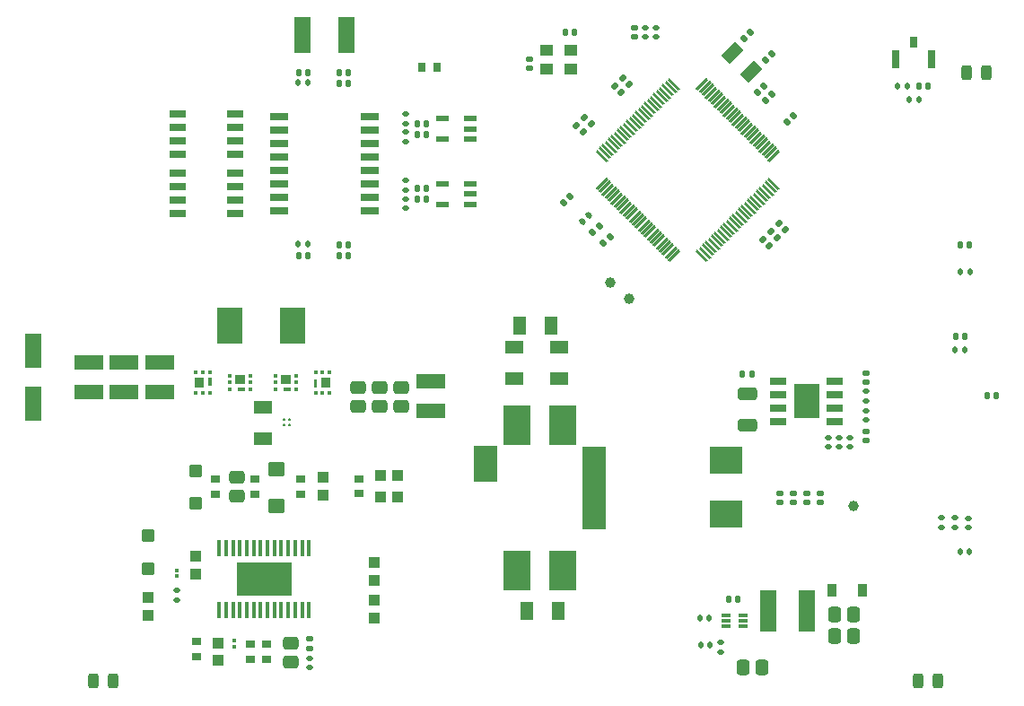
<source format=gtp>
G04*
G04 #@! TF.GenerationSoftware,Altium Limited,Altium Designer,24.1.2 (44)*
G04*
G04 Layer_Color=8421504*
%FSLAX44Y44*%
%MOMM*%
G71*
G04*
G04 #@! TF.SameCoordinates,BB806972-894B-4990-B732-A97902CF1386*
G04*
G04*
G04 #@! TF.FilePolarity,Positive*
G04*
G01*
G75*
%ADD22R,1.2000X0.6000*%
G04:AMPARAMS|DCode=23|XSize=1.3mm|YSize=1.6mm|CornerRadius=0.1625mm|HoleSize=0mm|Usage=FLASHONLY|Rotation=270.000|XOffset=0mm|YOffset=0mm|HoleType=Round|Shape=RoundedRectangle|*
%AMROUNDEDRECTD23*
21,1,1.3000,1.2750,0,0,270.0*
21,1,0.9750,1.6000,0,0,270.0*
1,1,0.3250,-0.6375,-0.4875*
1,1,0.3250,-0.6375,0.4875*
1,1,0.3250,0.6375,0.4875*
1,1,0.3250,0.6375,-0.4875*
%
%ADD23ROUNDEDRECTD23*%
%ADD24R,0.9398X0.6604*%
G04:AMPARAMS|DCode=25|XSize=0.59mm|YSize=0.64mm|CornerRadius=0.1505mm|HoleSize=0mm|Usage=FLASHONLY|Rotation=45.000|XOffset=0mm|YOffset=0mm|HoleType=Round|Shape=RoundedRectangle|*
%AMROUNDEDRECTD25*
21,1,0.5900,0.3391,0,0,45.0*
21,1,0.2891,0.6400,0,0,45.0*
1,1,0.3009,0.2221,-0.0177*
1,1,0.3009,0.0177,-0.2221*
1,1,0.3009,-0.2221,0.0177*
1,1,0.3009,-0.0177,0.2221*
%
%ADD25ROUNDEDRECTD25*%
G04:AMPARAMS|DCode=26|XSize=0.5mm|YSize=0.6mm|CornerRadius=0.13mm|HoleSize=0mm|Usage=FLASHONLY|Rotation=225.000|XOffset=0mm|YOffset=0mm|HoleType=Round|Shape=RoundedRectangle|*
%AMROUNDEDRECTD26*
21,1,0.5000,0.3400,0,0,225.0*
21,1,0.2400,0.6000,0,0,225.0*
1,1,0.2600,-0.2051,0.0354*
1,1,0.2600,-0.0354,0.2051*
1,1,0.2600,0.2051,-0.0354*
1,1,0.2600,0.0354,-0.2051*
%
%ADD26ROUNDEDRECTD26*%
%ADD27R,0.7000X0.9000*%
G04:AMPARAMS|DCode=28|XSize=0.97mm|YSize=1.42mm|CornerRadius=0.2377mm|HoleSize=0mm|Usage=FLASHONLY|Rotation=180.000|XOffset=0mm|YOffset=0mm|HoleType=Round|Shape=RoundedRectangle|*
%AMROUNDEDRECTD28*
21,1,0.9700,0.9447,0,0,180.0*
21,1,0.4947,1.4200,0,0,180.0*
1,1,0.4753,-0.2474,0.4723*
1,1,0.4753,0.2474,0.4723*
1,1,0.4753,0.2474,-0.4723*
1,1,0.4753,-0.2474,-0.4723*
%
%ADD28ROUNDEDRECTD28*%
%ADD29R,2.8100X1.3700*%
%ADD30R,1.6510X0.7620*%
G04:AMPARAMS|DCode=31|XSize=0.254mm|YSize=0.254mm|CornerRadius=0.0635mm|HoleSize=0mm|Usage=FLASHONLY|Rotation=0.000|XOffset=0mm|YOffset=0mm|HoleType=Round|Shape=RoundedRectangle|*
%AMROUNDEDRECTD31*
21,1,0.2540,0.1270,0,0,0.0*
21,1,0.1270,0.2540,0,0,0.0*
1,1,0.1270,0.0635,-0.0635*
1,1,0.1270,-0.0635,-0.0635*
1,1,0.1270,-0.0635,0.0635*
1,1,0.1270,0.0635,0.0635*
%
%ADD31ROUNDEDRECTD31*%
%ADD32R,0.3000X0.4500*%
%ADD33R,0.4500X0.3000*%
%ADD34R,1.5260X0.7000*%
G04:AMPARAMS|DCode=35|XSize=0.5mm|YSize=0.6mm|CornerRadius=0.13mm|HoleSize=0mm|Usage=FLASHONLY|Rotation=90.000|XOffset=0mm|YOffset=0mm|HoleType=Round|Shape=RoundedRectangle|*
%AMROUNDEDRECTD35*
21,1,0.5000,0.3400,0,0,90.0*
21,1,0.2400,0.6000,0,0,90.0*
1,1,0.2600,0.1700,0.1200*
1,1,0.2600,0.1700,-0.1200*
1,1,0.2600,-0.1700,-0.1200*
1,1,0.2600,-0.1700,0.1200*
%
%ADD35ROUNDEDRECTD35*%
G04:AMPARAMS|DCode=36|XSize=0.59mm|YSize=0.64mm|CornerRadius=0.1505mm|HoleSize=0mm|Usage=FLASHONLY|Rotation=0.000|XOffset=0mm|YOffset=0mm|HoleType=Round|Shape=RoundedRectangle|*
%AMROUNDEDRECTD36*
21,1,0.5900,0.3391,0,0,0.0*
21,1,0.2891,0.6400,0,0,0.0*
1,1,0.3009,0.1446,-0.1696*
1,1,0.3009,-0.1446,-0.1696*
1,1,0.3009,-0.1446,0.1696*
1,1,0.3009,0.1446,0.1696*
%
%ADD36ROUNDEDRECTD36*%
G04:AMPARAMS|DCode=37|XSize=0.5mm|YSize=0.6mm|CornerRadius=0.13mm|HoleSize=0mm|Usage=FLASHONLY|Rotation=0.000|XOffset=0mm|YOffset=0mm|HoleType=Round|Shape=RoundedRectangle|*
%AMROUNDEDRECTD37*
21,1,0.5000,0.3400,0,0,0.0*
21,1,0.2400,0.6000,0,0,0.0*
1,1,0.2600,0.1200,-0.1700*
1,1,0.2600,-0.1200,-0.1700*
1,1,0.2600,-0.1200,0.1700*
1,1,0.2600,0.1200,0.1700*
%
%ADD37ROUNDEDRECTD37*%
%ADD38R,1.5200X3.5100*%
%ADD39R,2.4000X3.3000*%
%ADD40R,1.5000X0.6500*%
%ADD41R,3.0988X2.5654*%
G04:AMPARAMS|DCode=42|XSize=0.54mm|YSize=0.6mm|CornerRadius=0.1404mm|HoleSize=0mm|Usage=FLASHONLY|Rotation=180.000|XOffset=0mm|YOffset=0mm|HoleType=Round|Shape=RoundedRectangle|*
%AMROUNDEDRECTD42*
21,1,0.5400,0.3192,0,0,180.0*
21,1,0.2592,0.6000,0,0,180.0*
1,1,0.2808,-0.1296,0.1596*
1,1,0.2808,0.1296,0.1596*
1,1,0.2808,0.1296,-0.1596*
1,1,0.2808,-0.1296,-0.1596*
%
%ADD42ROUNDEDRECTD42*%
%ADD43C,1.0000*%
G04:AMPARAMS|DCode=44|XSize=1.16mm|YSize=1.82mm|CornerRadius=0.2494mm|HoleSize=0mm|Usage=FLASHONLY|Rotation=270.000|XOffset=0mm|YOffset=0mm|HoleType=Round|Shape=RoundedRectangle|*
%AMROUNDEDRECTD44*
21,1,1.1600,1.3212,0,0,270.0*
21,1,0.6612,1.8200,0,0,270.0*
1,1,0.4988,-0.6606,-0.3306*
1,1,0.4988,-0.6606,0.3306*
1,1,0.4988,0.6606,0.3306*
1,1,0.4988,0.6606,-0.3306*
%
%ADD44ROUNDEDRECTD44*%
G04:AMPARAMS|DCode=45|XSize=0.59mm|YSize=0.64mm|CornerRadius=0.1505mm|HoleSize=0mm|Usage=FLASHONLY|Rotation=90.000|XOffset=0mm|YOffset=0mm|HoleType=Round|Shape=RoundedRectangle|*
%AMROUNDEDRECTD45*
21,1,0.5900,0.3391,0,0,90.0*
21,1,0.2891,0.6400,0,0,90.0*
1,1,0.3009,0.1696,0.1446*
1,1,0.3009,0.1696,-0.1446*
1,1,0.3009,-0.1696,-0.1446*
1,1,0.3009,-0.1696,0.1446*
%
%ADD45ROUNDEDRECTD45*%
G04:AMPARAMS|DCode=46|XSize=0.54mm|YSize=0.6mm|CornerRadius=0.1404mm|HoleSize=0mm|Usage=FLASHONLY|Rotation=270.000|XOffset=0mm|YOffset=0mm|HoleType=Round|Shape=RoundedRectangle|*
%AMROUNDEDRECTD46*
21,1,0.5400,0.3192,0,0,270.0*
21,1,0.2592,0.6000,0,0,270.0*
1,1,0.2808,-0.1596,-0.1296*
1,1,0.2808,-0.1596,0.1296*
1,1,0.2808,0.1596,0.1296*
1,1,0.2808,0.1596,-0.1296*
%
%ADD46ROUNDEDRECTD46*%
%ADD47R,0.8500X0.3000*%
G04:AMPARAMS|DCode=48|XSize=1.16mm|YSize=1.47mm|CornerRadius=0.2494mm|HoleSize=0mm|Usage=FLASHONLY|Rotation=0.000|XOffset=0mm|YOffset=0mm|HoleType=Round|Shape=RoundedRectangle|*
%AMROUNDEDRECTD48*
21,1,1.1600,0.9712,0,0,0.0*
21,1,0.6612,1.4700,0,0,0.0*
1,1,0.4988,0.3306,-0.4856*
1,1,0.4988,-0.3306,-0.4856*
1,1,0.4988,-0.3306,0.4856*
1,1,0.4988,0.3306,0.4856*
%
%ADD48ROUNDEDRECTD48*%
%ADD49R,1.5000X4.0000*%
%ADD50R,0.9100X1.2200*%
G04:AMPARAMS|DCode=51|XSize=0.24mm|YSize=1.47mm|CornerRadius=0.048mm|HoleSize=0mm|Usage=FLASHONLY|Rotation=225.000|XOffset=0mm|YOffset=0mm|HoleType=Round|Shape=RoundedRectangle|*
%AMROUNDEDRECTD51*
21,1,0.2400,1.3740,0,0,225.0*
21,1,0.1440,1.4700,0,0,225.0*
1,1,0.0960,-0.5367,0.4349*
1,1,0.0960,-0.4349,0.5367*
1,1,0.0960,0.5367,-0.4349*
1,1,0.0960,0.4349,-0.5367*
%
%ADD51ROUNDEDRECTD51*%
G04:AMPARAMS|DCode=52|XSize=0.24mm|YSize=1.47mm|CornerRadius=0.048mm|HoleSize=0mm|Usage=FLASHONLY|Rotation=315.000|XOffset=0mm|YOffset=0mm|HoleType=Round|Shape=RoundedRectangle|*
%AMROUNDEDRECTD52*
21,1,0.2400,1.3740,0,0,315.0*
21,1,0.1440,1.4700,0,0,315.0*
1,1,0.0960,-0.4349,-0.5367*
1,1,0.0960,-0.5367,-0.4349*
1,1,0.0960,0.4349,0.5367*
1,1,0.0960,0.5367,0.4349*
%
%ADD52ROUNDEDRECTD52*%
%ADD53R,0.8000X1.7000*%
%ADD54R,0.8000X1.1000*%
G04:AMPARAMS|DCode=55|XSize=0.59mm|YSize=0.64mm|CornerRadius=0.1505mm|HoleSize=0mm|Usage=FLASHONLY|Rotation=135.000|XOffset=0mm|YOffset=0mm|HoleType=Round|Shape=RoundedRectangle|*
%AMROUNDEDRECTD55*
21,1,0.5900,0.3391,0,0,135.0*
21,1,0.2891,0.6400,0,0,135.0*
1,1,0.3009,0.0177,0.2221*
1,1,0.3009,0.2221,0.0177*
1,1,0.3009,-0.0177,-0.2221*
1,1,0.3009,-0.2221,-0.0177*
%
%ADD55ROUNDEDRECTD55*%
%ADD56R,1.3000X1.1000*%
G04:AMPARAMS|DCode=57|XSize=1.1mm|YSize=1.9mm|CornerRadius=0mm|HoleSize=0mm|Usage=FLASHONLY|Rotation=315.000|XOffset=0mm|YOffset=0mm|HoleType=Round|Shape=Rectangle|*
%AMROTATEDRECTD57*
4,1,4,-1.0607,-0.2828,0.2828,1.0607,1.0607,0.2828,-0.2828,-1.0607,-1.0607,-0.2828,0.0*
%
%ADD57ROTATEDRECTD57*%

%ADD58R,1.8000X1.1500*%
%ADD59R,2.5000X3.8000*%
%ADD60R,2.3000X3.4000*%
%ADD61R,2.3000X7.9000*%
%ADD62R,1.1500X1.8000*%
%ADD63R,1.0922X1.0160*%
G04:AMPARAMS|DCode=64|XSize=1.16mm|YSize=1.47mm|CornerRadius=0.2494mm|HoleSize=0mm|Usage=FLASHONLY|Rotation=270.000|XOffset=0mm|YOffset=0mm|HoleType=Round|Shape=RoundedRectangle|*
%AMROUNDEDRECTD64*
21,1,1.1600,0.9712,0,0,270.0*
21,1,0.6612,1.4700,0,0,270.0*
1,1,0.4988,-0.4856,-0.3306*
1,1,0.4988,-0.4856,0.3306*
1,1,0.4988,0.4856,0.3306*
1,1,0.4988,0.4856,-0.3306*
%
%ADD64ROUNDEDRECTD64*%
%ADD65R,2.3500X3.4900*%
%ADD66R,0.4000X0.3800*%
G04:AMPARAMS|DCode=67|XSize=1.25mm|YSize=1.16mm|CornerRadius=0.145mm|HoleSize=0mm|Usage=FLASHONLY|Rotation=90.000|XOffset=0mm|YOffset=0mm|HoleType=Round|Shape=RoundedRectangle|*
%AMROUNDEDRECTD67*
21,1,1.2500,0.8700,0,0,90.0*
21,1,0.9600,1.1600,0,0,90.0*
1,1,0.2900,0.4350,0.4800*
1,1,0.2900,0.4350,-0.4800*
1,1,0.2900,-0.4350,-0.4800*
1,1,0.2900,-0.4350,0.4800*
%
%ADD67ROUNDEDRECTD67*%
%ADD68R,1.6000X3.2000*%
%ADD69R,0.4500X1.5000*%
%ADD70R,1.0160X1.0922*%
G36*
X293390Y323970D02*
X284390D01*
Y332570D01*
X293390D01*
Y323970D01*
D02*
G37*
G36*
X250210D02*
X241210D01*
Y332570D01*
X250210D01*
Y323970D01*
D02*
G37*
G36*
X218400Y322470D02*
X215500D01*
Y329470D01*
X218400D01*
Y322470D01*
D02*
G37*
G36*
X318280Y320570D02*
X315380D01*
Y327570D01*
X318280D01*
Y320570D01*
D02*
G37*
G36*
X330880Y320520D02*
X322280D01*
Y329520D01*
X330880D01*
Y320520D01*
D02*
G37*
G36*
X211500Y320520D02*
X202900D01*
Y329520D01*
X211500D01*
Y320520D01*
D02*
G37*
G36*
X293340Y317070D02*
X286340D01*
Y319970D01*
X293340D01*
Y317070D01*
D02*
G37*
G36*
X250160D02*
X243160D01*
Y319970D01*
X250160D01*
Y317070D01*
D02*
G37*
G36*
X294060Y124100D02*
X242260D01*
Y155100D01*
X294060D01*
Y124100D01*
D02*
G37*
D22*
X462581Y555020D02*
D03*
Y564520D02*
D03*
Y574020D02*
D03*
X436579D02*
D03*
Y555020D02*
D03*
Y493420D02*
D03*
Y512420D02*
D03*
X462581D02*
D03*
Y502920D02*
D03*
Y493420D02*
D03*
D23*
X279400Y208810D02*
D03*
Y243310D02*
D03*
D24*
X259080Y219812D02*
D03*
Y234036D02*
D03*
X204660Y66448D02*
D03*
Y80672D02*
D03*
X222440Y219812D02*
D03*
Y234036D02*
D03*
X270700Y63908D02*
D03*
Y78132D02*
D03*
X302260Y219812D02*
D03*
Y234036D02*
D03*
X255460Y63908D02*
D03*
Y78132D02*
D03*
X358040Y220028D02*
D03*
Y234252D02*
D03*
D25*
X584200Y472440D02*
D03*
X578190Y466430D02*
D03*
X556725Y500845D02*
D03*
X550715Y494835D02*
D03*
X767545Y577045D02*
D03*
X761535Y571035D02*
D03*
X739605Y604985D02*
D03*
X733595Y598975D02*
D03*
X588350Y456270D02*
D03*
X594360Y462280D02*
D03*
X747225Y597365D02*
D03*
X741215Y591355D02*
D03*
X747225Y635465D02*
D03*
X741215Y629455D02*
D03*
X726905Y655785D02*
D03*
X720895Y649775D02*
D03*
D26*
X568318Y476878D02*
D03*
X574682Y483242D02*
D03*
D27*
X431180Y622300D02*
D03*
X417180D02*
D03*
D28*
X106680Y43180D02*
D03*
X125280D02*
D03*
X884780D02*
D03*
X903380D02*
D03*
X930500Y617220D02*
D03*
X949100D02*
D03*
D29*
X103060Y315900D02*
D03*
Y344300D02*
D03*
X136080Y315900D02*
D03*
Y344300D02*
D03*
X170000Y315800D02*
D03*
Y344200D02*
D03*
X425640Y298120D02*
D03*
Y326520D02*
D03*
D30*
X282575Y499750D02*
D03*
Y487050D02*
D03*
Y512450D02*
D03*
Y525150D02*
D03*
Y563250D02*
D03*
Y550550D02*
D03*
Y575950D02*
D03*
Y537850D02*
D03*
X367665Y487050D02*
D03*
Y512450D02*
D03*
Y499750D02*
D03*
Y525150D02*
D03*
Y537850D02*
D03*
Y575950D02*
D03*
Y563250D02*
D03*
Y550550D02*
D03*
D31*
X287020Y289560D02*
D03*
X292100D02*
D03*
X287020Y284480D02*
D03*
X292100D02*
D03*
D32*
X210450Y334770D02*
D03*
X203950D02*
D03*
X216950D02*
D03*
X210450Y315270D02*
D03*
X216950D02*
D03*
X203950D02*
D03*
X329830Y334770D02*
D03*
X316830D02*
D03*
X323330D02*
D03*
X316830Y315270D02*
D03*
X329830D02*
D03*
X323330D02*
D03*
D33*
X255460Y325020D02*
D03*
Y331520D02*
D03*
Y318520D02*
D03*
X235960Y325020D02*
D03*
Y318520D02*
D03*
Y331520D02*
D03*
X279140D02*
D03*
Y318520D02*
D03*
Y325020D02*
D03*
X298640Y318520D02*
D03*
Y331520D02*
D03*
Y325020D02*
D03*
D34*
X186240Y484510D02*
D03*
Y509910D02*
D03*
Y522610D02*
D03*
Y497210D02*
D03*
X240480Y484510D02*
D03*
Y522610D02*
D03*
Y497210D02*
D03*
Y509910D02*
D03*
X186240Y540390D02*
D03*
Y565790D02*
D03*
Y578490D02*
D03*
Y553090D02*
D03*
X240480Y540390D02*
D03*
Y578490D02*
D03*
Y553090D02*
D03*
Y565790D02*
D03*
D35*
X401320Y498480D02*
D03*
Y489480D02*
D03*
Y515680D02*
D03*
Y506680D02*
D03*
Y561400D02*
D03*
Y552400D02*
D03*
Y578600D02*
D03*
Y569600D02*
D03*
X835660Y307920D02*
D03*
Y316920D02*
D03*
X800100Y273160D02*
D03*
Y264160D02*
D03*
X810260D02*
D03*
Y273160D02*
D03*
X835660Y289560D02*
D03*
Y298560D02*
D03*
X820420Y264160D02*
D03*
Y273160D02*
D03*
X932340Y196960D02*
D03*
Y187960D02*
D03*
X919640Y197540D02*
D03*
Y188540D02*
D03*
X906940D02*
D03*
Y197540D02*
D03*
X698980Y79620D02*
D03*
Y70620D02*
D03*
X185420Y128960D02*
D03*
Y119960D02*
D03*
X311340Y64780D02*
D03*
Y55780D02*
D03*
X627500Y660000D02*
D03*
Y651000D02*
D03*
X637500D02*
D03*
Y660000D02*
D03*
D36*
X420810Y498480D02*
D03*
X412310D02*
D03*
Y508640D02*
D03*
X420810D02*
D03*
X338650Y607700D02*
D03*
X347150D02*
D03*
Y617860D02*
D03*
X338650D02*
D03*
X420810Y559440D02*
D03*
X412310D02*
D03*
Y569600D02*
D03*
X420810D02*
D03*
X338650Y455300D02*
D03*
X347150D02*
D03*
Y445140D02*
D03*
X338650D02*
D03*
X309050Y617860D02*
D03*
X300550D02*
D03*
X309050Y445140D02*
D03*
X300550D02*
D03*
X920310Y368300D02*
D03*
X928810D02*
D03*
X958460Y312420D02*
D03*
X949960D02*
D03*
X715100Y120840D02*
D03*
X706600D02*
D03*
X924560Y454660D02*
D03*
X933060D02*
D03*
X894320Y604520D02*
D03*
X885820D02*
D03*
X552010Y655320D02*
D03*
X560510D02*
D03*
D37*
X309100Y608062D02*
D03*
X300100D02*
D03*
X309100Y455662D02*
D03*
X300100D02*
D03*
X920060Y355600D02*
D03*
X929060D02*
D03*
X924720Y165100D02*
D03*
X933720D02*
D03*
X679820Y77660D02*
D03*
X688820D02*
D03*
X688240Y103060D02*
D03*
X679240D02*
D03*
X925140Y429260D02*
D03*
X934140D02*
D03*
X875080Y604520D02*
D03*
X866080D02*
D03*
X885880Y591820D02*
D03*
X876880D02*
D03*
D38*
X345540Y652780D02*
D03*
X304700D02*
D03*
D39*
X779780Y307340D02*
D03*
D40*
X806780Y326390D02*
D03*
Y313690D02*
D03*
Y300990D02*
D03*
Y288290D02*
D03*
X752780D02*
D03*
Y300990D02*
D03*
Y313690D02*
D03*
Y326390D02*
D03*
D41*
X703580Y201168D02*
D03*
Y251460D02*
D03*
D42*
X719600Y332740D02*
D03*
X728200D02*
D03*
D43*
X824040Y208380D02*
D03*
X612140Y403860D02*
D03*
X594360Y419100D02*
D03*
D44*
X723900Y284970D02*
D03*
Y314470D02*
D03*
D45*
X754380Y220150D02*
D03*
Y211650D02*
D03*
X767080Y220150D02*
D03*
Y211650D02*
D03*
X779780Y220150D02*
D03*
Y211650D02*
D03*
X792480Y220150D02*
D03*
Y211650D02*
D03*
X835660Y333620D02*
D03*
Y325120D02*
D03*
X518160Y629920D02*
D03*
Y621420D02*
D03*
X617500Y659550D02*
D03*
Y651050D02*
D03*
D46*
X835660Y270020D02*
D03*
Y278620D02*
D03*
X311340Y74340D02*
D03*
Y82940D02*
D03*
D47*
X719680Y95520D02*
D03*
Y100520D02*
D03*
Y105520D02*
D03*
X703680D02*
D03*
Y100520D02*
D03*
Y95520D02*
D03*
D48*
X737730Y55880D02*
D03*
X720230D02*
D03*
X824190Y105980D02*
D03*
X806690D02*
D03*
X824190Y85660D02*
D03*
X806690D02*
D03*
D49*
X744000Y109220D02*
D03*
X780000D02*
D03*
D50*
X803480Y128840D02*
D03*
X832480D02*
D03*
D51*
X740640Y504072D02*
D03*
X734983Y498415D02*
D03*
X737812Y501243D02*
D03*
X749125Y512557D02*
D03*
X743468Y506900D02*
D03*
X746297Y509729D02*
D03*
X723669Y487101D02*
D03*
X718012Y481444D02*
D03*
X720841Y484273D02*
D03*
X732155Y495587D02*
D03*
X726498Y489930D02*
D03*
X729326Y492758D02*
D03*
X703870Y467302D02*
D03*
X698214Y461645D02*
D03*
X701042Y464474D02*
D03*
X712356Y475788D02*
D03*
X715184Y478616D02*
D03*
X706699Y470131D02*
D03*
X709527Y472959D02*
D03*
X686900Y450332D02*
D03*
X689728Y453160D02*
D03*
X681243Y444675D02*
D03*
X684071Y447503D02*
D03*
X692557Y455989D02*
D03*
X695385Y458817D02*
D03*
X643483Y595572D02*
D03*
X646312Y598400D02*
D03*
X654797Y606885D02*
D03*
X649140Y601228D02*
D03*
X651969Y604057D02*
D03*
X632170Y584258D02*
D03*
X634998Y587086D02*
D03*
X626513Y578601D02*
D03*
X629341Y581429D02*
D03*
X637826Y589915D02*
D03*
X640655Y592743D02*
D03*
X612371Y564459D02*
D03*
X606714Y558802D02*
D03*
X609542Y561630D02*
D03*
X620856Y572944D02*
D03*
X623684Y575772D02*
D03*
X615199Y567287D02*
D03*
X618028Y570116D02*
D03*
X592572Y544660D02*
D03*
X595400Y547488D02*
D03*
X586915Y539003D02*
D03*
X589743Y541831D02*
D03*
X601057Y553145D02*
D03*
X603885Y555974D02*
D03*
X598228Y550317D02*
D03*
D52*
X726498Y561630D02*
D03*
X723669Y564459D02*
D03*
X732155Y555974D02*
D03*
X729326Y558802D02*
D03*
X746297Y541831D02*
D03*
X743468Y544660D02*
D03*
X749125Y539003D02*
D03*
X737812Y550317D02*
D03*
X734983Y553145D02*
D03*
X740640Y547488D02*
D03*
X629341Y470131D02*
D03*
X626513Y472959D02*
D03*
X634998Y464474D02*
D03*
X632170Y467302D02*
D03*
X651969Y447503D02*
D03*
X649140Y450332D02*
D03*
X654797Y444675D02*
D03*
X640655Y458817D02*
D03*
X637826Y461645D02*
D03*
X646312Y453160D02*
D03*
X643483Y455989D02*
D03*
X692557Y595572D02*
D03*
X698214Y589915D02*
D03*
X695385Y592743D02*
D03*
X684071Y604057D02*
D03*
X681243Y606885D02*
D03*
X689728Y598400D02*
D03*
X686900Y601228D02*
D03*
X715184Y572944D02*
D03*
X712356Y575772D02*
D03*
X720841Y567287D02*
D03*
X718012Y570116D02*
D03*
X703870Y584258D02*
D03*
X701042Y587086D02*
D03*
X709527Y578601D02*
D03*
X706699Y581429D02*
D03*
X595400Y504072D02*
D03*
X601057Y498415D02*
D03*
X598228Y501243D02*
D03*
X589743Y509729D02*
D03*
X586915Y512557D02*
D03*
X592572Y506900D02*
D03*
X618028Y481444D02*
D03*
X615199Y484273D02*
D03*
X623684Y475788D02*
D03*
X620856Y478616D02*
D03*
X606714Y492758D02*
D03*
X603885Y495587D02*
D03*
X612371Y487101D02*
D03*
X609542Y489930D02*
D03*
D53*
X863740Y629920D02*
D03*
X897740D02*
D03*
D54*
X880740Y646420D02*
D03*
D55*
X570570Y574970D02*
D03*
X576580Y568960D02*
D03*
X562950Y567350D02*
D03*
X568960Y561340D02*
D03*
X738675Y460205D02*
D03*
X744685Y454195D02*
D03*
X752305Y461815D02*
D03*
X746295Y467825D02*
D03*
X759925Y469435D02*
D03*
X753915Y475445D02*
D03*
X598975Y604985D02*
D03*
X604985Y598975D02*
D03*
X606595Y612605D02*
D03*
X612605Y606595D02*
D03*
D56*
X534600Y638920D02*
D03*
X557600D02*
D03*
X534600Y620920D02*
D03*
X557600D02*
D03*
D57*
X709981Y636219D02*
D03*
X727659Y618541D02*
D03*
D58*
X504380Y358040D02*
D03*
Y328540D02*
D03*
X546100Y328540D02*
D03*
Y358040D02*
D03*
X266700Y301770D02*
D03*
Y272270D02*
D03*
D59*
X506820Y147400D02*
D03*
Y284400D02*
D03*
X549820Y147400D02*
D03*
Y284400D02*
D03*
D60*
X477320Y248400D02*
D03*
D61*
X579320Y225900D02*
D03*
D62*
X516110Y109220D02*
D03*
X545610D02*
D03*
X508980Y378460D02*
D03*
X538480D02*
D03*
D63*
X372300Y154840D02*
D03*
Y138076D02*
D03*
Y119280D02*
D03*
Y102516D02*
D03*
X158940Y121820D02*
D03*
Y105056D02*
D03*
X203200Y160782D02*
D03*
Y144018D02*
D03*
X324040Y235306D02*
D03*
Y218542D02*
D03*
X224980Y79402D02*
D03*
Y62638D02*
D03*
D64*
X357060Y302450D02*
D03*
Y319950D02*
D03*
X377380Y302450D02*
D03*
Y319950D02*
D03*
X397700Y302450D02*
D03*
Y319950D02*
D03*
X242760Y235674D02*
D03*
Y218174D02*
D03*
X293560Y61140D02*
D03*
Y78640D02*
D03*
D65*
X295120Y378360D02*
D03*
X236120D02*
D03*
D66*
X185420Y147860D02*
D03*
Y142240D02*
D03*
X240220Y81450D02*
D03*
Y75830D02*
D03*
D67*
X158940Y149700D02*
D03*
Y180300D02*
D03*
X203200Y241360D02*
D03*
Y210760D02*
D03*
D68*
X50000Y355000D02*
D03*
Y305000D02*
D03*
D69*
X225910Y110600D02*
D03*
X232410D02*
D03*
X238910D02*
D03*
X245410D02*
D03*
X251910D02*
D03*
X258410D02*
D03*
X264910D02*
D03*
X271410D02*
D03*
X277910D02*
D03*
X284410D02*
D03*
X290910D02*
D03*
X297410D02*
D03*
X303910D02*
D03*
X310410D02*
D03*
Y168600D02*
D03*
X303910D02*
D03*
X297410D02*
D03*
X290910D02*
D03*
X284410D02*
D03*
X277910D02*
D03*
X271410D02*
D03*
X264910D02*
D03*
X258410D02*
D03*
X251910D02*
D03*
X245410D02*
D03*
X238910D02*
D03*
X232410D02*
D03*
X225910D02*
D03*
D70*
X377598Y216980D02*
D03*
X394362D02*
D03*
X377598Y237300D02*
D03*
X394362D02*
D03*
M02*

</source>
